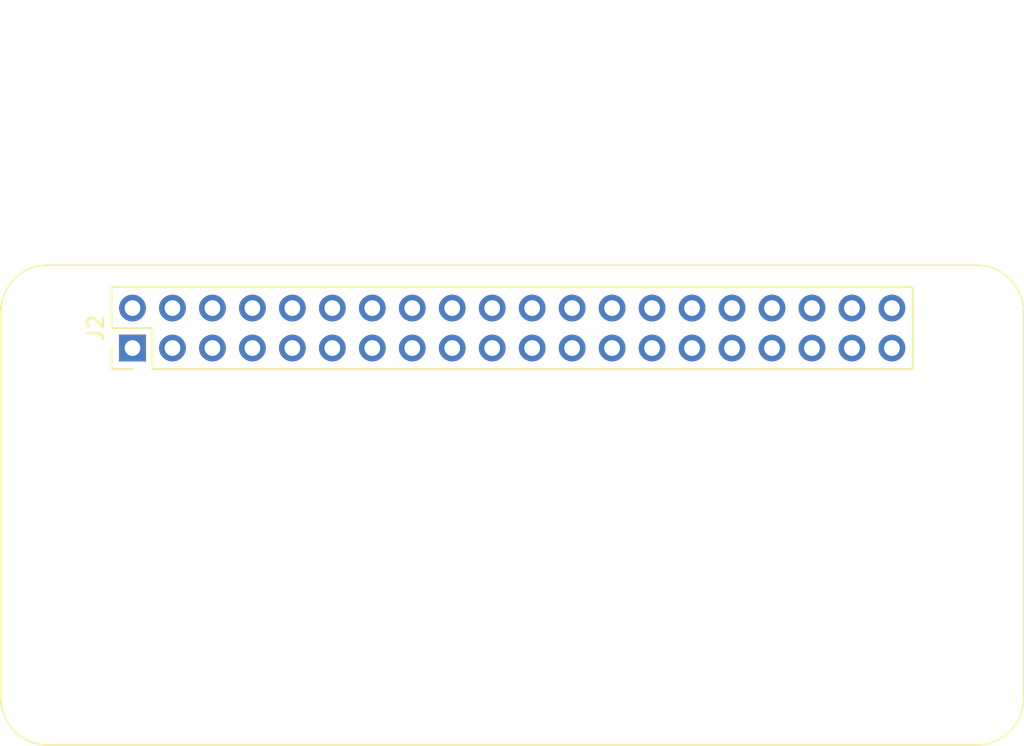
<source format=kicad_pcb>
(kicad_pcb (version 20171130) (host pcbnew "(5.1.2)-2")

  (general
    (thickness 1.6)
    (drawings 9)
    (tracks 0)
    (zones 0)
    (modules 5)
    (nets 41)
  )

  (page A4)
  (layers
    (0 F.Cu signal)
    (31 B.Cu signal)
    (34 B.Paste user)
    (35 F.Paste user)
    (36 B.SilkS user)
    (37 F.SilkS user)
    (38 B.Mask user)
    (39 F.Mask user)
    (40 Dwgs.User user)
    (41 Cmts.User user)
    (44 Edge.Cuts user)
    (48 B.Fab user)
    (49 F.Fab user)
  )

  (setup
    (last_trace_width 0.25)
    (user_trace_width 0.01)
    (user_trace_width 0.02)
    (user_trace_width 0.05)
    (user_trace_width 0.1)
    (user_trace_width 0.2)
    (trace_clearance 0.2)
    (zone_clearance 0.508)
    (zone_45_only no)
    (trace_min 0.01)
    (via_size 0.6)
    (via_drill 0.4)
    (via_min_size 0.4)
    (via_min_drill 0.3)
    (uvia_size 0.3)
    (uvia_drill 0.1)
    (uvias_allowed no)
    (uvia_min_size 0.2)
    (uvia_min_drill 0.1)
    (edge_width 0.1)
    (segment_width 0.2)
    (pcb_text_width 0.3)
    (pcb_text_size 1.5 1.5)
    (mod_edge_width 0.15)
    (mod_text_size 1 1)
    (mod_text_width 0.15)
    (pad_size 2.75 2.75)
    (pad_drill 2.75)
    (pad_to_mask_clearance 0)
    (aux_axis_origin 0 0)
    (visible_elements 7FFFFFFF)
    (pcbplotparams
      (layerselection 0x01330_80000001)
      (usegerberextensions false)
      (usegerberattributes false)
      (usegerberadvancedattributes false)
      (creategerberjobfile false)
      (excludeedgelayer true)
      (linewidth 0.100000)
      (plotframeref false)
      (viasonmask false)
      (mode 1)
      (useauxorigin false)
      (hpglpennumber 1)
      (hpglpenspeed 20)
      (hpglpendiameter 15.000000)
      (psnegative false)
      (psa4output false)
      (plotreference true)
      (plotvalue true)
      (plotinvisibletext false)
      (padsonsilk false)
      (subtractmaskfromsilk false)
      (outputformat 4)
      (mirror false)
      (drillshape 2)
      (scaleselection 1)
      (outputdirectory "meta/"))
  )

  (net 0 "")
  (net 1 "Net-(J2-Pad1)")
  (net 2 "Net-(J2-Pad2)")
  (net 3 "Net-(J2-Pad3)")
  (net 4 "Net-(J2-Pad4)")
  (net 5 "Net-(J2-Pad5)")
  (net 6 "Net-(J2-Pad6)")
  (net 7 "Net-(J2-Pad7)")
  (net 8 "Net-(J2-Pad8)")
  (net 9 "Net-(J2-Pad9)")
  (net 10 "Net-(J2-Pad10)")
  (net 11 "Net-(J2-Pad11)")
  (net 12 "Net-(J2-Pad12)")
  (net 13 "Net-(J2-Pad13)")
  (net 14 "Net-(J2-Pad14)")
  (net 15 "Net-(J2-Pad15)")
  (net 16 "Net-(J2-Pad16)")
  (net 17 "Net-(J2-Pad17)")
  (net 18 "Net-(J2-Pad18)")
  (net 19 "Net-(J2-Pad19)")
  (net 20 "Net-(J2-Pad20)")
  (net 21 "Net-(J2-Pad21)")
  (net 22 "Net-(J2-Pad22)")
  (net 23 "Net-(J2-Pad23)")
  (net 24 "Net-(J2-Pad24)")
  (net 25 "Net-(J2-Pad25)")
  (net 26 "Net-(J2-Pad26)")
  (net 27 "Net-(J2-Pad27)")
  (net 28 "Net-(J2-Pad28)")
  (net 29 "Net-(J2-Pad29)")
  (net 30 "Net-(J2-Pad30)")
  (net 31 "Net-(J2-Pad31)")
  (net 32 "Net-(J2-Pad32)")
  (net 33 "Net-(J2-Pad33)")
  (net 34 "Net-(J2-Pad34)")
  (net 35 "Net-(J2-Pad35)")
  (net 36 "Net-(J2-Pad36)")
  (net 37 "Net-(J2-Pad37)")
  (net 38 "Net-(J2-Pad38)")
  (net 39 "Net-(J2-Pad39)")
  (net 40 "Net-(J2-Pad40)")

  (net_class Default "This is the default net class."
    (clearance 0.2)
    (trace_width 0.25)
    (via_dia 0.6)
    (via_drill 0.4)
    (uvia_dia 0.3)
    (uvia_drill 0.1)
    (add_net "Net-(J2-Pad1)")
    (add_net "Net-(J2-Pad10)")
    (add_net "Net-(J2-Pad11)")
    (add_net "Net-(J2-Pad12)")
    (add_net "Net-(J2-Pad13)")
    (add_net "Net-(J2-Pad14)")
    (add_net "Net-(J2-Pad15)")
    (add_net "Net-(J2-Pad16)")
    (add_net "Net-(J2-Pad17)")
    (add_net "Net-(J2-Pad18)")
    (add_net "Net-(J2-Pad19)")
    (add_net "Net-(J2-Pad2)")
    (add_net "Net-(J2-Pad20)")
    (add_net "Net-(J2-Pad21)")
    (add_net "Net-(J2-Pad22)")
    (add_net "Net-(J2-Pad23)")
    (add_net "Net-(J2-Pad24)")
    (add_net "Net-(J2-Pad25)")
    (add_net "Net-(J2-Pad26)")
    (add_net "Net-(J2-Pad27)")
    (add_net "Net-(J2-Pad28)")
    (add_net "Net-(J2-Pad29)")
    (add_net "Net-(J2-Pad3)")
    (add_net "Net-(J2-Pad30)")
    (add_net "Net-(J2-Pad31)")
    (add_net "Net-(J2-Pad32)")
    (add_net "Net-(J2-Pad33)")
    (add_net "Net-(J2-Pad34)")
    (add_net "Net-(J2-Pad35)")
    (add_net "Net-(J2-Pad36)")
    (add_net "Net-(J2-Pad37)")
    (add_net "Net-(J2-Pad38)")
    (add_net "Net-(J2-Pad39)")
    (add_net "Net-(J2-Pad4)")
    (add_net "Net-(J2-Pad40)")
    (add_net "Net-(J2-Pad5)")
    (add_net "Net-(J2-Pad6)")
    (add_net "Net-(J2-Pad7)")
    (add_net "Net-(J2-Pad8)")
    (add_net "Net-(J2-Pad9)")
  )

  (module Connector_PinHeader_2.54mm:PinHeader_2x20_P2.54mm_Vertical (layer F.Cu) (tedit 59FED5CC) (tstamp 5B55D6D3)
    (at 20.87 29.27 90)
    (descr "Through hole straight pin header, 2x20, 2.54mm pitch, double rows")
    (tags "Through hole pin header THT 2x20 2.54mm double row")
    (path /5515D395/5516AE26)
    (fp_text reference J2 (at 1.27 -2.33 90) (layer F.SilkS)
      (effects (font (size 1 1) (thickness 0.15)))
    )
    (fp_text value RPi_GPIO (at 1.27 50.59 90) (layer F.Fab)
      (effects (font (size 1 1) (thickness 0.15)))
    )
    (fp_text user %R (at 1.27 24.13 180) (layer F.Fab)
      (effects (font (size 1 1) (thickness 0.15)))
    )
    (fp_line (start 4.35 -1.8) (end -1.8 -1.8) (layer F.CrtYd) (width 0.05))
    (fp_line (start 4.35 50.05) (end 4.35 -1.8) (layer F.CrtYd) (width 0.05))
    (fp_line (start -1.8 50.05) (end 4.35 50.05) (layer F.CrtYd) (width 0.05))
    (fp_line (start -1.8 -1.8) (end -1.8 50.05) (layer F.CrtYd) (width 0.05))
    (fp_line (start -1.33 -1.33) (end 0 -1.33) (layer F.SilkS) (width 0.12))
    (fp_line (start -1.33 0) (end -1.33 -1.33) (layer F.SilkS) (width 0.12))
    (fp_line (start 1.27 -1.33) (end 3.87 -1.33) (layer F.SilkS) (width 0.12))
    (fp_line (start 1.27 1.27) (end 1.27 -1.33) (layer F.SilkS) (width 0.12))
    (fp_line (start -1.33 1.27) (end 1.27 1.27) (layer F.SilkS) (width 0.12))
    (fp_line (start 3.87 -1.33) (end 3.87 49.59) (layer F.SilkS) (width 0.12))
    (fp_line (start -1.33 1.27) (end -1.33 49.59) (layer F.SilkS) (width 0.12))
    (fp_line (start -1.33 49.59) (end 3.87 49.59) (layer F.SilkS) (width 0.12))
    (fp_line (start -1.27 0) (end 0 -1.27) (layer F.Fab) (width 0.1))
    (fp_line (start -1.27 49.53) (end -1.27 0) (layer F.Fab) (width 0.1))
    (fp_line (start 3.81 49.53) (end -1.27 49.53) (layer F.Fab) (width 0.1))
    (fp_line (start 3.81 -1.27) (end 3.81 49.53) (layer F.Fab) (width 0.1))
    (fp_line (start 0 -1.27) (end 3.81 -1.27) (layer F.Fab) (width 0.1))
    (pad 40 thru_hole oval (at 2.54 48.26 90) (size 1.7 1.7) (drill 1) (layers *.Cu *.Mask)
      (net 40 "Net-(J2-Pad40)"))
    (pad 39 thru_hole oval (at 0 48.26 90) (size 1.7 1.7) (drill 1) (layers *.Cu *.Mask)
      (net 39 "Net-(J2-Pad39)"))
    (pad 38 thru_hole oval (at 2.54 45.72 90) (size 1.7 1.7) (drill 1) (layers *.Cu *.Mask)
      (net 38 "Net-(J2-Pad38)"))
    (pad 37 thru_hole oval (at 0 45.72 90) (size 1.7 1.7) (drill 1) (layers *.Cu *.Mask)
      (net 37 "Net-(J2-Pad37)"))
    (pad 36 thru_hole oval (at 2.54 43.18 90) (size 1.7 1.7) (drill 1) (layers *.Cu *.Mask)
      (net 36 "Net-(J2-Pad36)"))
    (pad 35 thru_hole oval (at 0 43.18 90) (size 1.7 1.7) (drill 1) (layers *.Cu *.Mask)
      (net 35 "Net-(J2-Pad35)"))
    (pad 34 thru_hole oval (at 2.54 40.64 90) (size 1.7 1.7) (drill 1) (layers *.Cu *.Mask)
      (net 34 "Net-(J2-Pad34)"))
    (pad 33 thru_hole oval (at 0 40.64 90) (size 1.7 1.7) (drill 1) (layers *.Cu *.Mask)
      (net 33 "Net-(J2-Pad33)"))
    (pad 32 thru_hole oval (at 2.54 38.1 90) (size 1.7 1.7) (drill 1) (layers *.Cu *.Mask)
      (net 32 "Net-(J2-Pad32)"))
    (pad 31 thru_hole oval (at 0 38.1 90) (size 1.7 1.7) (drill 1) (layers *.Cu *.Mask)
      (net 31 "Net-(J2-Pad31)"))
    (pad 30 thru_hole oval (at 2.54 35.56 90) (size 1.7 1.7) (drill 1) (layers *.Cu *.Mask)
      (net 30 "Net-(J2-Pad30)"))
    (pad 29 thru_hole oval (at 0 35.56 90) (size 1.7 1.7) (drill 1) (layers *.Cu *.Mask)
      (net 29 "Net-(J2-Pad29)"))
    (pad 28 thru_hole oval (at 2.54 33.02 90) (size 1.7 1.7) (drill 1) (layers *.Cu *.Mask)
      (net 28 "Net-(J2-Pad28)"))
    (pad 27 thru_hole oval (at 0 33.02 90) (size 1.7 1.7) (drill 1) (layers *.Cu *.Mask)
      (net 27 "Net-(J2-Pad27)"))
    (pad 26 thru_hole oval (at 2.54 30.48 90) (size 1.7 1.7) (drill 1) (layers *.Cu *.Mask)
      (net 26 "Net-(J2-Pad26)"))
    (pad 25 thru_hole oval (at 0 30.48 90) (size 1.7 1.7) (drill 1) (layers *.Cu *.Mask)
      (net 25 "Net-(J2-Pad25)"))
    (pad 24 thru_hole oval (at 2.54 27.94 90) (size 1.7 1.7) (drill 1) (layers *.Cu *.Mask)
      (net 24 "Net-(J2-Pad24)"))
    (pad 23 thru_hole oval (at 0 27.94 90) (size 1.7 1.7) (drill 1) (layers *.Cu *.Mask)
      (net 23 "Net-(J2-Pad23)"))
    (pad 22 thru_hole oval (at 2.54 25.4 90) (size 1.7 1.7) (drill 1) (layers *.Cu *.Mask)
      (net 22 "Net-(J2-Pad22)"))
    (pad 21 thru_hole oval (at 0 25.4 90) (size 1.7 1.7) (drill 1) (layers *.Cu *.Mask)
      (net 21 "Net-(J2-Pad21)"))
    (pad 20 thru_hole oval (at 2.54 22.86 90) (size 1.7 1.7) (drill 1) (layers *.Cu *.Mask)
      (net 20 "Net-(J2-Pad20)"))
    (pad 19 thru_hole oval (at 0 22.86 90) (size 1.7 1.7) (drill 1) (layers *.Cu *.Mask)
      (net 19 "Net-(J2-Pad19)"))
    (pad 18 thru_hole oval (at 2.54 20.32 90) (size 1.7 1.7) (drill 1) (layers *.Cu *.Mask)
      (net 18 "Net-(J2-Pad18)"))
    (pad 17 thru_hole oval (at 0 20.32 90) (size 1.7 1.7) (drill 1) (layers *.Cu *.Mask)
      (net 17 "Net-(J2-Pad17)"))
    (pad 16 thru_hole oval (at 2.54 17.78 90) (size 1.7 1.7) (drill 1) (layers *.Cu *.Mask)
      (net 16 "Net-(J2-Pad16)"))
    (pad 15 thru_hole oval (at 0 17.78 90) (size 1.7 1.7) (drill 1) (layers *.Cu *.Mask)
      (net 15 "Net-(J2-Pad15)"))
    (pad 14 thru_hole oval (at 2.54 15.24 90) (size 1.7 1.7) (drill 1) (layers *.Cu *.Mask)
      (net 14 "Net-(J2-Pad14)"))
    (pad 13 thru_hole oval (at 0 15.24 90) (size 1.7 1.7) (drill 1) (layers *.Cu *.Mask)
      (net 13 "Net-(J2-Pad13)"))
    (pad 12 thru_hole oval (at 2.54 12.7 90) (size 1.7 1.7) (drill 1) (layers *.Cu *.Mask)
      (net 12 "Net-(J2-Pad12)"))
    (pad 11 thru_hole oval (at 0 12.7 90) (size 1.7 1.7) (drill 1) (layers *.Cu *.Mask)
      (net 11 "Net-(J2-Pad11)"))
    (pad 10 thru_hole oval (at 2.54 10.16 90) (size 1.7 1.7) (drill 1) (layers *.Cu *.Mask)
      (net 10 "Net-(J2-Pad10)"))
    (pad 9 thru_hole oval (at 0 10.16 90) (size 1.7 1.7) (drill 1) (layers *.Cu *.Mask)
      (net 9 "Net-(J2-Pad9)"))
    (pad 8 thru_hole oval (at 2.54 7.62 90) (size 1.7 1.7) (drill 1) (layers *.Cu *.Mask)
      (net 8 "Net-(J2-Pad8)"))
    (pad 7 thru_hole oval (at 0 7.62 90) (size 1.7 1.7) (drill 1) (layers *.Cu *.Mask)
      (net 7 "Net-(J2-Pad7)"))
    (pad 6 thru_hole oval (at 2.54 5.08 90) (size 1.7 1.7) (drill 1) (layers *.Cu *.Mask)
      (net 6 "Net-(J2-Pad6)"))
    (pad 5 thru_hole oval (at 0 5.08 90) (size 1.7 1.7) (drill 1) (layers *.Cu *.Mask)
      (net 5 "Net-(J2-Pad5)"))
    (pad 4 thru_hole oval (at 2.54 2.54 90) (size 1.7 1.7) (drill 1) (layers *.Cu *.Mask)
      (net 4 "Net-(J2-Pad4)"))
    (pad 3 thru_hole oval (at 0 2.54 90) (size 1.7 1.7) (drill 1) (layers *.Cu *.Mask)
      (net 3 "Net-(J2-Pad3)"))
    (pad 2 thru_hole oval (at 2.54 0 90) (size 1.7 1.7) (drill 1) (layers *.Cu *.Mask)
      (net 2 "Net-(J2-Pad2)"))
    (pad 1 thru_hole rect (at 0 0 90) (size 1.7 1.7) (drill 1) (layers *.Cu *.Mask)
      (net 1 "Net-(J2-Pad1)"))
    (model ${KISYS3DMOD}/Connector_PinHeader_2.54mm.3dshapes/PinHeader_2x20_P2.54mm_Vertical.wrl
      (offset (xyz 2.5 0 -1.5))
      (scale (xyz 1 1 1))
      (rotate (xyz 0 -180 0))
    )
  )

  (module RPi_Hat:RPi_Hat_Mounting_Hole locked (layer F.Cu) (tedit 55217CCB) (tstamp 58B743A7)
    (at 16 51)
    (descr "Mounting hole, Befestigungsbohrung, 2,7mm, No Annular, Kein Restring,")
    (tags "Mounting hole, Befestigungsbohrung, 2,7mm, No Annular, Kein Restring,")
    (fp_text reference "" (at 0 -4.0005) (layer F.SilkS) hide
      (effects (font (size 1 1) (thickness 0.15)))
    )
    (fp_text value "" (at 0.09906 3.59918) (layer F.Fab) hide
      (effects (font (size 1 1) (thickness 0.15)))
    )
    (fp_circle (center 0 0) (end 1.375 0) (layer F.Fab) (width 0.15))
    (fp_circle (center 0 0) (end 3.1 0) (layer F.Fab) (width 0.15))
    (fp_circle (center 0 0) (end 3.1 0) (layer B.Fab) (width 0.15))
    (fp_circle (center 0 0) (end 1.375 0) (layer B.Fab) (width 0.15))
    (fp_circle (center 0 0) (end 3.1 0) (layer F.CrtYd) (width 0.15))
    (fp_circle (center 0 0) (end 3.1 0) (layer B.CrtYd) (width 0.15))
    (pad "" np_thru_hole circle (at 0 0) (size 2.75 2.75) (drill 2.75) (layers *.Cu *.Mask)
      (solder_mask_margin 1.725) (clearance 1.725))
  )

  (module RPi_Hat:RPi_Hat_Mounting_Hole locked (layer F.Cu) (tedit 55217C7B) (tstamp 5515DEA9)
    (at 74 28)
    (descr "Mounting hole, Befestigungsbohrung, 2,7mm, No Annular, Kein Restring,")
    (tags "Mounting hole, Befestigungsbohrung, 2,7mm, No Annular, Kein Restring,")
    (fp_text reference "" (at 0 -4.0005) (layer F.SilkS) hide
      (effects (font (size 1 1) (thickness 0.15)))
    )
    (fp_text value "" (at 0.09906 3.59918) (layer F.Fab) hide
      (effects (font (size 1 1) (thickness 0.15)))
    )
    (fp_circle (center 0 0) (end 1.375 0) (layer F.Fab) (width 0.15))
    (fp_circle (center 0 0) (end 3.1 0) (layer F.Fab) (width 0.15))
    (fp_circle (center 0 0) (end 3.1 0) (layer B.Fab) (width 0.15))
    (fp_circle (center 0 0) (end 1.375 0) (layer B.Fab) (width 0.15))
    (fp_circle (center 0 0) (end 3.1 0) (layer F.CrtYd) (width 0.15))
    (fp_circle (center 0 0) (end 3.1 0) (layer B.CrtYd) (width 0.15))
    (pad "" np_thru_hole circle (at 0 0) (size 2.75 2.75) (drill 2.75) (layers *.Cu *.Mask)
      (solder_mask_margin 1.725) (clearance 1.725))
  )

  (module RPi_Hat:RPi_Hat_Mounting_Hole locked (layer F.Cu) (tedit 55217CCB) (tstamp 55169DC9)
    (at 74 51)
    (descr "Mounting hole, Befestigungsbohrung, 2,7mm, No Annular, Kein Restring,")
    (tags "Mounting hole, Befestigungsbohrung, 2,7mm, No Annular, Kein Restring,")
    (fp_text reference "" (at 0 -4.0005) (layer F.SilkS) hide
      (effects (font (size 1 1) (thickness 0.15)))
    )
    (fp_text value "" (at 0.09906 3.59918) (layer F.Fab) hide
      (effects (font (size 1 1) (thickness 0.15)))
    )
    (fp_circle (center 0 0) (end 1.375 0) (layer F.Fab) (width 0.15))
    (fp_circle (center 0 0) (end 3.1 0) (layer F.Fab) (width 0.15))
    (fp_circle (center 0 0) (end 3.1 0) (layer B.Fab) (width 0.15))
    (fp_circle (center 0 0) (end 1.375 0) (layer B.Fab) (width 0.15))
    (fp_circle (center 0 0) (end 3.1 0) (layer F.CrtYd) (width 0.15))
    (fp_circle (center 0 0) (end 3.1 0) (layer B.CrtYd) (width 0.15))
    (pad "" np_thru_hole circle (at 0 0) (size 2.75 2.75) (drill 2.75) (layers *.Cu *.Mask)
      (solder_mask_margin 1.725) (clearance 1.725))
  )

  (module RPi_Hat:RPi_Hat_Mounting_Hole locked (layer F.Cu) (tedit 55217CA2) (tstamp 5515DEBF)
    (at 16 28)
    (descr "Mounting hole, Befestigungsbohrung, 2,7mm, No Annular, Kein Restring,")
    (tags "Mounting hole, Befestigungsbohrung, 2,7mm, No Annular, Kein Restring,")
    (fp_text reference "" (at 0 -4.0005) (layer F.SilkS) hide
      (effects (font (size 1 1) (thickness 0.15)))
    )
    (fp_text value "" (at 0.09906 3.59918) (layer F.Fab) hide
      (effects (font (size 1 1) (thickness 0.15)))
    )
    (fp_circle (center 0 0) (end 1.375 0) (layer F.Fab) (width 0.15))
    (fp_circle (center 0 0) (end 3.1 0) (layer F.Fab) (width 0.15))
    (fp_circle (center 0 0) (end 3.1 0) (layer B.Fab) (width 0.15))
    (fp_circle (center 0 0) (end 1.375 0) (layer B.Fab) (width 0.15))
    (fp_circle (center 0 0) (end 3.1 0) (layer F.CrtYd) (width 0.15))
    (fp_circle (center 0 0) (end 3.1 0) (layer B.CrtYd) (width 0.15))
    (pad "" np_thru_hole circle (at 0 0) (size 2.75 2.75) (drill 2.75) (layers *.Cu *.Mask)
      (solder_mask_margin 1.725) (clearance 1.725))
  )

  (gr_text "Select one of these board edges depending \nupon the type of socket that is used." (at 20.5 9.5) (layer Cmts.User)
    (effects (font (size 1.5 1.5) (thickness 0.15)) (justify left))
  )
  (gr_arc (start 74.5 51.5) (end 77.5 51.5) (angle 90) (layer F.SilkS) (width 0.1) (tstamp 55157FFB))
  (gr_arc (start 15.5 51.5) (end 15.5 54.5) (angle 90) (layer F.SilkS) (width 0.1) (tstamp 55157FCE))
  (gr_arc (start 15.5 27) (end 12.5 27) (angle 90) (layer F.SilkS) (width 0.1) (tstamp 55157F8A))
  (gr_arc (start 74.5 27) (end 74.5 24) (angle 90) (layer F.SilkS) (width 0.1) (tstamp 55157F2C))
  (gr_line (start 12.5 27) (end 12.5 51.5) (layer F.SilkS) (width 0.1))
  (gr_line (start 15.5 54.5) (end 74.5 54.5) (angle 90) (layer F.SilkS) (width 0.1))
  (gr_line (start 77.5 27) (end 77.5 51.5) (angle 90) (layer F.SilkS) (width 0.1))
  (gr_line (start 15.5 24) (end 74.5 24) (angle 90) (layer F.SilkS) (width 0.1))

)

</source>
